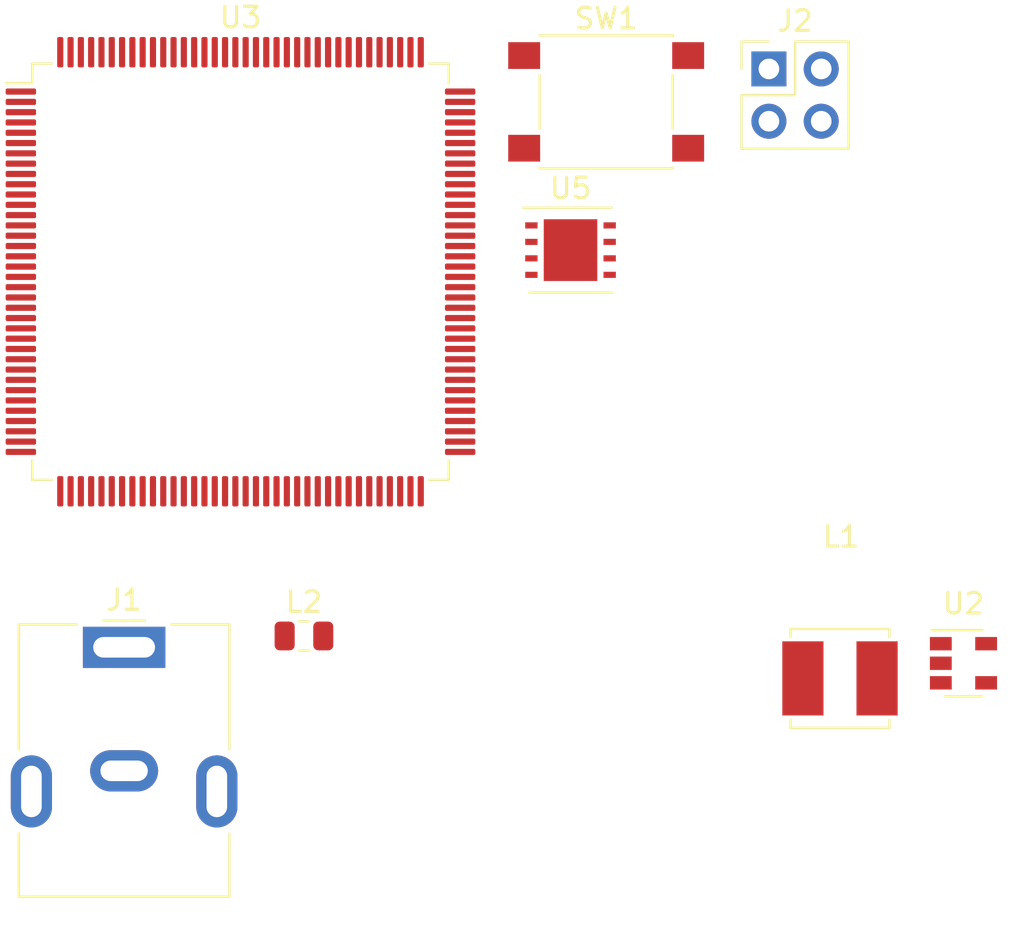
<source format=kicad_pcb>
(kicad_pcb (version 20171130) (host pcbnew "(5.1.0)-1")

  (general
    (thickness 1.6)
    (drawings 0)
    (tracks 0)
    (zones 0)
    (modules 8)
    (nets 13)
  )

  (page A4)
  (layers
    (0 F.Cu signal)
    (31 B.Cu signal)
    (32 B.Adhes user)
    (33 F.Adhes user)
    (34 B.Paste user)
    (35 F.Paste user)
    (36 B.SilkS user)
    (37 F.SilkS user)
    (38 B.Mask user)
    (39 F.Mask user)
    (40 Dwgs.User user)
    (41 Cmts.User user)
    (42 Eco1.User user)
    (43 Eco2.User user)
    (44 Edge.Cuts user)
    (45 Margin user)
    (46 B.CrtYd user)
    (47 F.CrtYd user)
    (48 B.Fab user)
    (49 F.Fab user)
  )

  (setup
    (last_trace_width 0.25)
    (trace_clearance 0.2)
    (zone_clearance 0.508)
    (zone_45_only no)
    (trace_min 0.2)
    (via_size 0.8)
    (via_drill 0.4)
    (via_min_size 0.4)
    (via_min_drill 0.3)
    (uvia_size 0.3)
    (uvia_drill 0.1)
    (uvias_allowed no)
    (uvia_min_size 0.2)
    (uvia_min_drill 0.1)
    (edge_width 0.05)
    (segment_width 0.2)
    (pcb_text_width 0.3)
    (pcb_text_size 1.5 1.5)
    (mod_edge_width 0.12)
    (mod_text_size 1 1)
    (mod_text_width 0.15)
    (pad_size 1.524 1.524)
    (pad_drill 0.762)
    (pad_to_mask_clearance 0.051)
    (solder_mask_min_width 0.25)
    (aux_axis_origin 0 0)
    (visible_elements 7FFFFFFF)
    (pcbplotparams
      (layerselection 0x010fc_ffffffff)
      (usegerberextensions false)
      (usegerberattributes false)
      (usegerberadvancedattributes false)
      (creategerberjobfile false)
      (excludeedgelayer true)
      (linewidth 0.100000)
      (plotframeref false)
      (viasonmask false)
      (mode 1)
      (useauxorigin false)
      (hpglpennumber 1)
      (hpglpenspeed 20)
      (hpglpendiameter 15.000000)
      (psnegative false)
      (psa4output false)
      (plotreference true)
      (plotvalue true)
      (plotinvisibletext false)
      (padsonsilk false)
      (subtractmaskfromsilk false)
      (outputformat 1)
      (mirror false)
      (drillshape 1)
      (scaleselection 1)
      (outputdirectory ""))
  )

  (net 0 "")
  (net 1 GND)
  (net 2 +3V3)
  (net 3 "Net-(C9-Pad1)")
  (net 4 "Net-(C14-Pad1)")
  (net 5 "Net-(U5-Pad8)")
  (net 6 "Net-(U5-Pad7)")
  (net 7 "Net-(U5-Pad6)")
  (net 8 "Net-(U5-Pad5)")
  (net 9 "Net-(U5-Pad4)")
  (net 10 "Net-(U5-Pad3)")
  (net 11 "Net-(U5-Pad2)")
  (net 12 "Net-(U5-Pad1)")

  (net_class Default "Dies ist die voreingestellte Netzklasse."
    (clearance 0.2)
    (trace_width 0.25)
    (via_dia 0.8)
    (via_drill 0.4)
    (uvia_dia 0.3)
    (uvia_drill 0.1)
    (add_net +3V3)
    (add_net GND)
    (add_net "Net-(C14-Pad1)")
    (add_net "Net-(C9-Pad1)")
    (add_net "Net-(U5-Pad1)")
    (add_net "Net-(U5-Pad2)")
    (add_net "Net-(U5-Pad3)")
    (add_net "Net-(U5-Pad4)")
    (add_net "Net-(U5-Pad5)")
    (add_net "Net-(U5-Pad6)")
    (add_net "Net-(U5-Pad7)")
    (add_net "Net-(U5-Pad8)")
  )

  (module Package_SON:WSON-8_4x4mm_P0.8mm (layer F.Cu) (tedit 5A02F1D8) (tstamp 60654161)
    (at 113.12 -24.99)
    (descr http://www.ti.com/lit/ml/mpds406/mpds406.pdf)
    (tags WSON8_4x4mm_P0.8mm)
    (path /60694B6D/60652BE3)
    (attr smd)
    (fp_text reference U5 (at 0 -3) (layer F.SilkS)
      (effects (font (size 1 1) (thickness 0.15)))
    )
    (fp_text value TH58CVG3S0HRAIJ (at 0 3) (layer F.Fab)
      (effects (font (size 1 1) (thickness 0.15)))
    )
    (fp_line (start -2.5 2.3) (end -2.5 -2.3) (layer F.CrtYd) (width 0.05))
    (fp_line (start -2.5 2.3) (end 2.5 2.3) (layer F.CrtYd) (width 0.05))
    (fp_line (start 2.5 -2.3) (end -2.5 -2.3) (layer F.CrtYd) (width 0.05))
    (fp_line (start 2.5 -2.3) (end 2.5 2.3) (layer F.CrtYd) (width 0.05))
    (fp_line (start 2 -2) (end 2 2) (layer F.Fab) (width 0.1))
    (fp_line (start -2 2) (end 2 2) (layer F.Fab) (width 0.1))
    (fp_line (start -2 -1.5) (end -2 2) (layer F.Fab) (width 0.1))
    (fp_line (start -1.5 -2) (end 2 -2) (layer F.Fab) (width 0.1))
    (fp_line (start -1.5 -2) (end -2 -1.5) (layer F.Fab) (width 0.1))
    (fp_line (start -2 2.06) (end 2 2.06) (layer F.SilkS) (width 0.12))
    (fp_line (start -2.3 -2.06) (end 2 -2.06) (layer F.SilkS) (width 0.12))
    (fp_text user %R (at 0 0) (layer F.Fab)
      (effects (font (size 1 1) (thickness 0.15)))
    )
    (pad 9 smd rect (at 0 0) (size 2.6 3) (layers F.Cu F.Paste F.Mask))
    (pad 8 smd rect (at 1.9 -1.2 270) (size 0.3 0.6) (layers F.Cu F.Paste F.Mask)
      (net 5 "Net-(U5-Pad8)"))
    (pad 7 smd rect (at 1.9 -0.4 270) (size 0.3 0.6) (layers F.Cu F.Paste F.Mask)
      (net 6 "Net-(U5-Pad7)"))
    (pad 6 smd rect (at 1.9 0.4 270) (size 0.3 0.6) (layers F.Cu F.Paste F.Mask)
      (net 7 "Net-(U5-Pad6)"))
    (pad 5 smd rect (at 1.9 1.2 270) (size 0.3 0.6) (layers F.Cu F.Paste F.Mask)
      (net 8 "Net-(U5-Pad5)"))
    (pad 4 smd rect (at -1.9 1.2 270) (size 0.3 0.6) (layers F.Cu F.Paste F.Mask)
      (net 9 "Net-(U5-Pad4)"))
    (pad 3 smd rect (at -1.9 0.4 270) (size 0.3 0.6) (layers F.Cu F.Paste F.Mask)
      (net 10 "Net-(U5-Pad3)"))
    (pad 2 smd rect (at -1.9 -0.4 270) (size 0.3 0.6) (layers F.Cu F.Paste F.Mask)
      (net 11 "Net-(U5-Pad2)"))
    (pad 1 smd rect (at -1.9 -1.2 270) (size 0.3 0.6) (layers F.Cu F.Paste F.Mask)
      (net 12 "Net-(U5-Pad1)"))
    (model ${KISYS3DMOD}/Package_SON.3dshapes/WSON-8_4x4mm_P0.8mm.wrl
      (at (xyz 0 0 0))
      (scale (xyz 1 1 1))
      (rotate (xyz 0 0 0))
    )
  )

  (module Package_QFP:LQFP-144_20x20mm_P0.5mm (layer F.Cu) (tedit 5C1A9814) (tstamp 60654144)
    (at 97.1 -23.94)
    (descr "LQFP, 144 Pin (http://ww1.microchip.com/downloads/en/PackagingSpec/00000049BQ.pdf#page=425), generated with kicad-footprint-generator ipc_gullwing_generator.py")
    (tags "LQFP QFP")
    (path /60694B6D/60694DE4)
    (attr smd)
    (fp_text reference U3 (at 0 -12.35) (layer F.SilkS)
      (effects (font (size 1 1) (thickness 0.15)))
    )
    (fp_text value STM32H743ZITx (at 0 12.35) (layer F.Fab)
      (effects (font (size 1 1) (thickness 0.15)))
    )
    (fp_text user %R (at 0 0) (layer F.Fab)
      (effects (font (size 1 1) (thickness 0.15)))
    )
    (fp_line (start 11.65 9.15) (end 11.65 0) (layer F.CrtYd) (width 0.05))
    (fp_line (start 10.25 9.15) (end 11.65 9.15) (layer F.CrtYd) (width 0.05))
    (fp_line (start 10.25 10.25) (end 10.25 9.15) (layer F.CrtYd) (width 0.05))
    (fp_line (start 9.15 10.25) (end 10.25 10.25) (layer F.CrtYd) (width 0.05))
    (fp_line (start 9.15 11.65) (end 9.15 10.25) (layer F.CrtYd) (width 0.05))
    (fp_line (start 0 11.65) (end 9.15 11.65) (layer F.CrtYd) (width 0.05))
    (fp_line (start -11.65 9.15) (end -11.65 0) (layer F.CrtYd) (width 0.05))
    (fp_line (start -10.25 9.15) (end -11.65 9.15) (layer F.CrtYd) (width 0.05))
    (fp_line (start -10.25 10.25) (end -10.25 9.15) (layer F.CrtYd) (width 0.05))
    (fp_line (start -9.15 10.25) (end -10.25 10.25) (layer F.CrtYd) (width 0.05))
    (fp_line (start -9.15 11.65) (end -9.15 10.25) (layer F.CrtYd) (width 0.05))
    (fp_line (start 0 11.65) (end -9.15 11.65) (layer F.CrtYd) (width 0.05))
    (fp_line (start 11.65 -9.15) (end 11.65 0) (layer F.CrtYd) (width 0.05))
    (fp_line (start 10.25 -9.15) (end 11.65 -9.15) (layer F.CrtYd) (width 0.05))
    (fp_line (start 10.25 -10.25) (end 10.25 -9.15) (layer F.CrtYd) (width 0.05))
    (fp_line (start 9.15 -10.25) (end 10.25 -10.25) (layer F.CrtYd) (width 0.05))
    (fp_line (start 9.15 -11.65) (end 9.15 -10.25) (layer F.CrtYd) (width 0.05))
    (fp_line (start 0 -11.65) (end 9.15 -11.65) (layer F.CrtYd) (width 0.05))
    (fp_line (start -11.65 -9.15) (end -11.65 0) (layer F.CrtYd) (width 0.05))
    (fp_line (start -10.25 -9.15) (end -11.65 -9.15) (layer F.CrtYd) (width 0.05))
    (fp_line (start -10.25 -10.25) (end -10.25 -9.15) (layer F.CrtYd) (width 0.05))
    (fp_line (start -9.15 -10.25) (end -10.25 -10.25) (layer F.CrtYd) (width 0.05))
    (fp_line (start -9.15 -11.65) (end -9.15 -10.25) (layer F.CrtYd) (width 0.05))
    (fp_line (start 0 -11.65) (end -9.15 -11.65) (layer F.CrtYd) (width 0.05))
    (fp_line (start -10 -9) (end -9 -10) (layer F.Fab) (width 0.1))
    (fp_line (start -10 10) (end -10 -9) (layer F.Fab) (width 0.1))
    (fp_line (start 10 10) (end -10 10) (layer F.Fab) (width 0.1))
    (fp_line (start 10 -10) (end 10 10) (layer F.Fab) (width 0.1))
    (fp_line (start -9 -10) (end 10 -10) (layer F.Fab) (width 0.1))
    (fp_line (start -10.11 -9.16) (end -11.4 -9.16) (layer F.SilkS) (width 0.12))
    (fp_line (start -10.11 -10.11) (end -10.11 -9.16) (layer F.SilkS) (width 0.12))
    (fp_line (start -9.16 -10.11) (end -10.11 -10.11) (layer F.SilkS) (width 0.12))
    (fp_line (start 10.11 -10.11) (end 10.11 -9.16) (layer F.SilkS) (width 0.12))
    (fp_line (start 9.16 -10.11) (end 10.11 -10.11) (layer F.SilkS) (width 0.12))
    (fp_line (start -10.11 10.11) (end -10.11 9.16) (layer F.SilkS) (width 0.12))
    (fp_line (start -9.16 10.11) (end -10.11 10.11) (layer F.SilkS) (width 0.12))
    (fp_line (start 10.11 10.11) (end 10.11 9.16) (layer F.SilkS) (width 0.12))
    (fp_line (start 9.16 10.11) (end 10.11 10.11) (layer F.SilkS) (width 0.12))
    (pad 144 smd roundrect (at -8.75 -10.6625) (size 0.3 1.475) (layers F.Cu F.Paste F.Mask) (roundrect_rratio 0.25)
      (net 2 +3V3))
    (pad 143 smd roundrect (at -8.25 -10.6625) (size 0.3 1.475) (layers F.Cu F.Paste F.Mask) (roundrect_rratio 0.25))
    (pad 142 smd roundrect (at -7.75 -10.6625) (size 0.3 1.475) (layers F.Cu F.Paste F.Mask) (roundrect_rratio 0.25))
    (pad 141 smd roundrect (at -7.25 -10.6625) (size 0.3 1.475) (layers F.Cu F.Paste F.Mask) (roundrect_rratio 0.25))
    (pad 140 smd roundrect (at -6.75 -10.6625) (size 0.3 1.475) (layers F.Cu F.Paste F.Mask) (roundrect_rratio 0.25))
    (pad 139 smd roundrect (at -6.25 -10.6625) (size 0.3 1.475) (layers F.Cu F.Paste F.Mask) (roundrect_rratio 0.25))
    (pad 138 smd roundrect (at -5.75 -10.6625) (size 0.3 1.475) (layers F.Cu F.Paste F.Mask) (roundrect_rratio 0.25))
    (pad 137 smd roundrect (at -5.25 -10.6625) (size 0.3 1.475) (layers F.Cu F.Paste F.Mask) (roundrect_rratio 0.25))
    (pad 136 smd roundrect (at -4.75 -10.6625) (size 0.3 1.475) (layers F.Cu F.Paste F.Mask) (roundrect_rratio 0.25))
    (pad 135 smd roundrect (at -4.25 -10.6625) (size 0.3 1.475) (layers F.Cu F.Paste F.Mask) (roundrect_rratio 0.25))
    (pad 134 smd roundrect (at -3.75 -10.6625) (size 0.3 1.475) (layers F.Cu F.Paste F.Mask) (roundrect_rratio 0.25))
    (pad 133 smd roundrect (at -3.25 -10.6625) (size 0.3 1.475) (layers F.Cu F.Paste F.Mask) (roundrect_rratio 0.25))
    (pad 132 smd roundrect (at -2.75 -10.6625) (size 0.3 1.475) (layers F.Cu F.Paste F.Mask) (roundrect_rratio 0.25))
    (pad 131 smd roundrect (at -2.25 -10.6625) (size 0.3 1.475) (layers F.Cu F.Paste F.Mask) (roundrect_rratio 0.25)
      (net 2 +3V3))
    (pad 130 smd roundrect (at -1.75 -10.6625) (size 0.3 1.475) (layers F.Cu F.Paste F.Mask) (roundrect_rratio 0.25)
      (net 1 GND))
    (pad 129 smd roundrect (at -1.25 -10.6625) (size 0.3 1.475) (layers F.Cu F.Paste F.Mask) (roundrect_rratio 0.25))
    (pad 128 smd roundrect (at -0.75 -10.6625) (size 0.3 1.475) (layers F.Cu F.Paste F.Mask) (roundrect_rratio 0.25))
    (pad 127 smd roundrect (at -0.25 -10.6625) (size 0.3 1.475) (layers F.Cu F.Paste F.Mask) (roundrect_rratio 0.25))
    (pad 126 smd roundrect (at 0.25 -10.6625) (size 0.3 1.475) (layers F.Cu F.Paste F.Mask) (roundrect_rratio 0.25))
    (pad 125 smd roundrect (at 0.75 -10.6625) (size 0.3 1.475) (layers F.Cu F.Paste F.Mask) (roundrect_rratio 0.25))
    (pad 124 smd roundrect (at 1.25 -10.6625) (size 0.3 1.475) (layers F.Cu F.Paste F.Mask) (roundrect_rratio 0.25))
    (pad 123 smd roundrect (at 1.75 -10.6625) (size 0.3 1.475) (layers F.Cu F.Paste F.Mask) (roundrect_rratio 0.25))
    (pad 122 smd roundrect (at 2.25 -10.6625) (size 0.3 1.475) (layers F.Cu F.Paste F.Mask) (roundrect_rratio 0.25))
    (pad 121 smd roundrect (at 2.75 -10.6625) (size 0.3 1.475) (layers F.Cu F.Paste F.Mask) (roundrect_rratio 0.25)
      (net 2 +3V3))
    (pad 120 smd roundrect (at 3.25 -10.6625) (size 0.3 1.475) (layers F.Cu F.Paste F.Mask) (roundrect_rratio 0.25)
      (net 1 GND))
    (pad 119 smd roundrect (at 3.75 -10.6625) (size 0.3 1.475) (layers F.Cu F.Paste F.Mask) (roundrect_rratio 0.25))
    (pad 118 smd roundrect (at 4.25 -10.6625) (size 0.3 1.475) (layers F.Cu F.Paste F.Mask) (roundrect_rratio 0.25))
    (pad 117 smd roundrect (at 4.75 -10.6625) (size 0.3 1.475) (layers F.Cu F.Paste F.Mask) (roundrect_rratio 0.25))
    (pad 116 smd roundrect (at 5.25 -10.6625) (size 0.3 1.475) (layers F.Cu F.Paste F.Mask) (roundrect_rratio 0.25))
    (pad 115 smd roundrect (at 5.75 -10.6625) (size 0.3 1.475) (layers F.Cu F.Paste F.Mask) (roundrect_rratio 0.25))
    (pad 114 smd roundrect (at 6.25 -10.6625) (size 0.3 1.475) (layers F.Cu F.Paste F.Mask) (roundrect_rratio 0.25))
    (pad 113 smd roundrect (at 6.75 -10.6625) (size 0.3 1.475) (layers F.Cu F.Paste F.Mask) (roundrect_rratio 0.25))
    (pad 112 smd roundrect (at 7.25 -10.6625) (size 0.3 1.475) (layers F.Cu F.Paste F.Mask) (roundrect_rratio 0.25))
    (pad 111 smd roundrect (at 7.75 -10.6625) (size 0.3 1.475) (layers F.Cu F.Paste F.Mask) (roundrect_rratio 0.25))
    (pad 110 smd roundrect (at 8.25 -10.6625) (size 0.3 1.475) (layers F.Cu F.Paste F.Mask) (roundrect_rratio 0.25))
    (pad 109 smd roundrect (at 8.75 -10.6625) (size 0.3 1.475) (layers F.Cu F.Paste F.Mask) (roundrect_rratio 0.25))
    (pad 108 smd roundrect (at 10.6625 -8.75) (size 1.475 0.3) (layers F.Cu F.Paste F.Mask) (roundrect_rratio 0.25)
      (net 2 +3V3))
    (pad 107 smd roundrect (at 10.6625 -8.25) (size 1.475 0.3) (layers F.Cu F.Paste F.Mask) (roundrect_rratio 0.25)
      (net 1 GND))
    (pad 106 smd roundrect (at 10.6625 -7.75) (size 1.475 0.3) (layers F.Cu F.Paste F.Mask) (roundrect_rratio 0.25))
    (pad 105 smd roundrect (at 10.6625 -7.25) (size 1.475 0.3) (layers F.Cu F.Paste F.Mask) (roundrect_rratio 0.25))
    (pad 104 smd roundrect (at 10.6625 -6.75) (size 1.475 0.3) (layers F.Cu F.Paste F.Mask) (roundrect_rratio 0.25))
    (pad 103 smd roundrect (at 10.6625 -6.25) (size 1.475 0.3) (layers F.Cu F.Paste F.Mask) (roundrect_rratio 0.25))
    (pad 102 smd roundrect (at 10.6625 -5.75) (size 1.475 0.3) (layers F.Cu F.Paste F.Mask) (roundrect_rratio 0.25))
    (pad 101 smd roundrect (at 10.6625 -5.25) (size 1.475 0.3) (layers F.Cu F.Paste F.Mask) (roundrect_rratio 0.25))
    (pad 100 smd roundrect (at 10.6625 -4.75) (size 1.475 0.3) (layers F.Cu F.Paste F.Mask) (roundrect_rratio 0.25))
    (pad 99 smd roundrect (at 10.6625 -4.25) (size 1.475 0.3) (layers F.Cu F.Paste F.Mask) (roundrect_rratio 0.25))
    (pad 98 smd roundrect (at 10.6625 -3.75) (size 1.475 0.3) (layers F.Cu F.Paste F.Mask) (roundrect_rratio 0.25))
    (pad 97 smd roundrect (at 10.6625 -3.25) (size 1.475 0.3) (layers F.Cu F.Paste F.Mask) (roundrect_rratio 0.25))
    (pad 96 smd roundrect (at 10.6625 -2.75) (size 1.475 0.3) (layers F.Cu F.Paste F.Mask) (roundrect_rratio 0.25))
    (pad 95 smd roundrect (at 10.6625 -2.25) (size 1.475 0.3) (layers F.Cu F.Paste F.Mask) (roundrect_rratio 0.25)
      (net 2 +3V3))
    (pad 94 smd roundrect (at 10.6625 -1.75) (size 1.475 0.3) (layers F.Cu F.Paste F.Mask) (roundrect_rratio 0.25)
      (net 1 GND))
    (pad 93 smd roundrect (at 10.6625 -1.25) (size 1.475 0.3) (layers F.Cu F.Paste F.Mask) (roundrect_rratio 0.25))
    (pad 92 smd roundrect (at 10.6625 -0.75) (size 1.475 0.3) (layers F.Cu F.Paste F.Mask) (roundrect_rratio 0.25))
    (pad 91 smd roundrect (at 10.6625 -0.25) (size 1.475 0.3) (layers F.Cu F.Paste F.Mask) (roundrect_rratio 0.25))
    (pad 90 smd roundrect (at 10.6625 0.25) (size 1.475 0.3) (layers F.Cu F.Paste F.Mask) (roundrect_rratio 0.25))
    (pad 89 smd roundrect (at 10.6625 0.75) (size 1.475 0.3) (layers F.Cu F.Paste F.Mask) (roundrect_rratio 0.25))
    (pad 88 smd roundrect (at 10.6625 1.25) (size 1.475 0.3) (layers F.Cu F.Paste F.Mask) (roundrect_rratio 0.25))
    (pad 87 smd roundrect (at 10.6625 1.75) (size 1.475 0.3) (layers F.Cu F.Paste F.Mask) (roundrect_rratio 0.25))
    (pad 86 smd roundrect (at 10.6625 2.25) (size 1.475 0.3) (layers F.Cu F.Paste F.Mask) (roundrect_rratio 0.25))
    (pad 85 smd roundrect (at 10.6625 2.75) (size 1.475 0.3) (layers F.Cu F.Paste F.Mask) (roundrect_rratio 0.25))
    (pad 84 smd roundrect (at 10.6625 3.25) (size 1.475 0.3) (layers F.Cu F.Paste F.Mask) (roundrect_rratio 0.25)
      (net 2 +3V3))
    (pad 83 smd roundrect (at 10.6625 3.75) (size 1.475 0.3) (layers F.Cu F.Paste F.Mask) (roundrect_rratio 0.25)
      (net 1 GND))
    (pad 82 smd roundrect (at 10.6625 4.25) (size 1.475 0.3) (layers F.Cu F.Paste F.Mask) (roundrect_rratio 0.25))
    (pad 81 smd roundrect (at 10.6625 4.75) (size 1.475 0.3) (layers F.Cu F.Paste F.Mask) (roundrect_rratio 0.25))
    (pad 80 smd roundrect (at 10.6625 5.25) (size 1.475 0.3) (layers F.Cu F.Paste F.Mask) (roundrect_rratio 0.25))
    (pad 79 smd roundrect (at 10.6625 5.75) (size 1.475 0.3) (layers F.Cu F.Paste F.Mask) (roundrect_rratio 0.25))
    (pad 78 smd roundrect (at 10.6625 6.25) (size 1.475 0.3) (layers F.Cu F.Paste F.Mask) (roundrect_rratio 0.25))
    (pad 77 smd roundrect (at 10.6625 6.75) (size 1.475 0.3) (layers F.Cu F.Paste F.Mask) (roundrect_rratio 0.25))
    (pad 76 smd roundrect (at 10.6625 7.25) (size 1.475 0.3) (layers F.Cu F.Paste F.Mask) (roundrect_rratio 0.25))
    (pad 75 smd roundrect (at 10.6625 7.75) (size 1.475 0.3) (layers F.Cu F.Paste F.Mask) (roundrect_rratio 0.25))
    (pad 74 smd roundrect (at 10.6625 8.25) (size 1.475 0.3) (layers F.Cu F.Paste F.Mask) (roundrect_rratio 0.25))
    (pad 73 smd roundrect (at 10.6625 8.75) (size 1.475 0.3) (layers F.Cu F.Paste F.Mask) (roundrect_rratio 0.25))
    (pad 72 smd roundrect (at 8.75 10.6625) (size 0.3 1.475) (layers F.Cu F.Paste F.Mask) (roundrect_rratio 0.25)
      (net 2 +3V3))
    (pad 71 smd roundrect (at 8.25 10.6625) (size 0.3 1.475) (layers F.Cu F.Paste F.Mask) (roundrect_rratio 0.25))
    (pad 70 smd roundrect (at 7.75 10.6625) (size 0.3 1.475) (layers F.Cu F.Paste F.Mask) (roundrect_rratio 0.25))
    (pad 69 smd roundrect (at 7.25 10.6625) (size 0.3 1.475) (layers F.Cu F.Paste F.Mask) (roundrect_rratio 0.25))
    (pad 68 smd roundrect (at 6.75 10.6625) (size 0.3 1.475) (layers F.Cu F.Paste F.Mask) (roundrect_rratio 0.25))
    (pad 67 smd roundrect (at 6.25 10.6625) (size 0.3 1.475) (layers F.Cu F.Paste F.Mask) (roundrect_rratio 0.25))
    (pad 66 smd roundrect (at 5.75 10.6625) (size 0.3 1.475) (layers F.Cu F.Paste F.Mask) (roundrect_rratio 0.25))
    (pad 65 smd roundrect (at 5.25 10.6625) (size 0.3 1.475) (layers F.Cu F.Paste F.Mask) (roundrect_rratio 0.25))
    (pad 64 smd roundrect (at 4.75 10.6625) (size 0.3 1.475) (layers F.Cu F.Paste F.Mask) (roundrect_rratio 0.25))
    (pad 63 smd roundrect (at 4.25 10.6625) (size 0.3 1.475) (layers F.Cu F.Paste F.Mask) (roundrect_rratio 0.25))
    (pad 62 smd roundrect (at 3.75 10.6625) (size 0.3 1.475) (layers F.Cu F.Paste F.Mask) (roundrect_rratio 0.25)
      (net 2 +3V3))
    (pad 61 smd roundrect (at 3.25 10.6625) (size 0.3 1.475) (layers F.Cu F.Paste F.Mask) (roundrect_rratio 0.25)
      (net 1 GND))
    (pad 60 smd roundrect (at 2.75 10.6625) (size 0.3 1.475) (layers F.Cu F.Paste F.Mask) (roundrect_rratio 0.25))
    (pad 59 smd roundrect (at 2.25 10.6625) (size 0.3 1.475) (layers F.Cu F.Paste F.Mask) (roundrect_rratio 0.25))
    (pad 58 smd roundrect (at 1.75 10.6625) (size 0.3 1.475) (layers F.Cu F.Paste F.Mask) (roundrect_rratio 0.25))
    (pad 57 smd roundrect (at 1.25 10.6625) (size 0.3 1.475) (layers F.Cu F.Paste F.Mask) (roundrect_rratio 0.25))
    (pad 56 smd roundrect (at 0.75 10.6625) (size 0.3 1.475) (layers F.Cu F.Paste F.Mask) (roundrect_rratio 0.25))
    (pad 55 smd roundrect (at 0.25 10.6625) (size 0.3 1.475) (layers F.Cu F.Paste F.Mask) (roundrect_rratio 0.25))
    (pad 54 smd roundrect (at -0.25 10.6625) (size 0.3 1.475) (layers F.Cu F.Paste F.Mask) (roundrect_rratio 0.25))
    (pad 53 smd roundrect (at -0.75 10.6625) (size 0.3 1.475) (layers F.Cu F.Paste F.Mask) (roundrect_rratio 0.25))
    (pad 52 smd roundrect (at -1.25 10.6625) (size 0.3 1.475) (layers F.Cu F.Paste F.Mask) (roundrect_rratio 0.25)
      (net 2 +3V3))
    (pad 51 smd roundrect (at -1.75 10.6625) (size 0.3 1.475) (layers F.Cu F.Paste F.Mask) (roundrect_rratio 0.25)
      (net 1 GND))
    (pad 50 smd roundrect (at -2.25 10.6625) (size 0.3 1.475) (layers F.Cu F.Paste F.Mask) (roundrect_rratio 0.25))
    (pad 49 smd roundrect (at -2.75 10.6625) (size 0.3 1.475) (layers F.Cu F.Paste F.Mask) (roundrect_rratio 0.25))
    (pad 48 smd roundrect (at -3.25 10.6625) (size 0.3 1.475) (layers F.Cu F.Paste F.Mask) (roundrect_rratio 0.25))
    (pad 47 smd roundrect (at -3.75 10.6625) (size 0.3 1.475) (layers F.Cu F.Paste F.Mask) (roundrect_rratio 0.25))
    (pad 46 smd roundrect (at -4.25 10.6625) (size 0.3 1.475) (layers F.Cu F.Paste F.Mask) (roundrect_rratio 0.25))
    (pad 45 smd roundrect (at -4.75 10.6625) (size 0.3 1.475) (layers F.Cu F.Paste F.Mask) (roundrect_rratio 0.25))
    (pad 44 smd roundrect (at -5.25 10.6625) (size 0.3 1.475) (layers F.Cu F.Paste F.Mask) (roundrect_rratio 0.25))
    (pad 43 smd roundrect (at -5.75 10.6625) (size 0.3 1.475) (layers F.Cu F.Paste F.Mask) (roundrect_rratio 0.25))
    (pad 42 smd roundrect (at -6.25 10.6625) (size 0.3 1.475) (layers F.Cu F.Paste F.Mask) (roundrect_rratio 0.25))
    (pad 41 smd roundrect (at -6.75 10.6625) (size 0.3 1.475) (layers F.Cu F.Paste F.Mask) (roundrect_rratio 0.25))
    (pad 40 smd roundrect (at -7.25 10.6625) (size 0.3 1.475) (layers F.Cu F.Paste F.Mask) (roundrect_rratio 0.25))
    (pad 39 smd roundrect (at -7.75 10.6625) (size 0.3 1.475) (layers F.Cu F.Paste F.Mask) (roundrect_rratio 0.25)
      (net 2 +3V3))
    (pad 38 smd roundrect (at -8.25 10.6625) (size 0.3 1.475) (layers F.Cu F.Paste F.Mask) (roundrect_rratio 0.25)
      (net 1 GND))
    (pad 37 smd roundrect (at -8.75 10.6625) (size 0.3 1.475) (layers F.Cu F.Paste F.Mask) (roundrect_rratio 0.25))
    (pad 36 smd roundrect (at -10.6625 8.75) (size 1.475 0.3) (layers F.Cu F.Paste F.Mask) (roundrect_rratio 0.25))
    (pad 35 smd roundrect (at -10.6625 8.25) (size 1.475 0.3) (layers F.Cu F.Paste F.Mask) (roundrect_rratio 0.25))
    (pad 34 smd roundrect (at -10.6625 7.75) (size 1.475 0.3) (layers F.Cu F.Paste F.Mask) (roundrect_rratio 0.25))
    (pad 33 smd roundrect (at -10.6625 7.25) (size 1.475 0.3) (layers F.Cu F.Paste F.Mask) (roundrect_rratio 0.25)
      (net 2 +3V3))
    (pad 32 smd roundrect (at -10.6625 6.75) (size 1.475 0.3) (layers F.Cu F.Paste F.Mask) (roundrect_rratio 0.25))
    (pad 31 smd roundrect (at -10.6625 6.25) (size 1.475 0.3) (layers F.Cu F.Paste F.Mask) (roundrect_rratio 0.25)
      (net 1 GND))
    (pad 30 smd roundrect (at -10.6625 5.75) (size 1.475 0.3) (layers F.Cu F.Paste F.Mask) (roundrect_rratio 0.25)
      (net 2 +3V3))
    (pad 29 smd roundrect (at -10.6625 5.25) (size 1.475 0.3) (layers F.Cu F.Paste F.Mask) (roundrect_rratio 0.25))
    (pad 28 smd roundrect (at -10.6625 4.75) (size 1.475 0.3) (layers F.Cu F.Paste F.Mask) (roundrect_rratio 0.25))
    (pad 27 smd roundrect (at -10.6625 4.25) (size 1.475 0.3) (layers F.Cu F.Paste F.Mask) (roundrect_rratio 0.25))
    (pad 26 smd roundrect (at -10.6625 3.75) (size 1.475 0.3) (layers F.Cu F.Paste F.Mask) (roundrect_rratio 0.25))
    (pad 25 smd roundrect (at -10.6625 3.25) (size 1.475 0.3) (layers F.Cu F.Paste F.Mask) (roundrect_rratio 0.25)
      (net 4 "Net-(C14-Pad1)"))
    (pad 24 smd roundrect (at -10.6625 2.75) (size 1.475 0.3) (layers F.Cu F.Paste F.Mask) (roundrect_rratio 0.25))
    (pad 23 smd roundrect (at -10.6625 2.25) (size 1.475 0.3) (layers F.Cu F.Paste F.Mask) (roundrect_rratio 0.25))
    (pad 22 smd roundrect (at -10.6625 1.75) (size 1.475 0.3) (layers F.Cu F.Paste F.Mask) (roundrect_rratio 0.25))
    (pad 21 smd roundrect (at -10.6625 1.25) (size 1.475 0.3) (layers F.Cu F.Paste F.Mask) (roundrect_rratio 0.25))
    (pad 20 smd roundrect (at -10.6625 0.75) (size 1.475 0.3) (layers F.Cu F.Paste F.Mask) (roundrect_rratio 0.25))
    (pad 19 smd roundrect (at -10.6625 0.25) (size 1.475 0.3) (layers F.Cu F.Paste F.Mask) (roundrect_rratio 0.25))
    (pad 18 smd roundrect (at -10.6625 -0.25) (size 1.475 0.3) (layers F.Cu F.Paste F.Mask) (roundrect_rratio 0.25))
    (pad 17 smd roundrect (at -10.6625 -0.75) (size 1.475 0.3) (layers F.Cu F.Paste F.Mask) (roundrect_rratio 0.25)
      (net 2 +3V3))
    (pad 16 smd roundrect (at -10.6625 -1.25) (size 1.475 0.3) (layers F.Cu F.Paste F.Mask) (roundrect_rratio 0.25)
      (net 1 GND))
    (pad 15 smd roundrect (at -10.6625 -1.75) (size 1.475 0.3) (layers F.Cu F.Paste F.Mask) (roundrect_rratio 0.25))
    (pad 14 smd roundrect (at -10.6625 -2.25) (size 1.475 0.3) (layers F.Cu F.Paste F.Mask) (roundrect_rratio 0.25))
    (pad 13 smd roundrect (at -10.6625 -2.75) (size 1.475 0.3) (layers F.Cu F.Paste F.Mask) (roundrect_rratio 0.25))
    (pad 12 smd roundrect (at -10.6625 -3.25) (size 1.475 0.3) (layers F.Cu F.Paste F.Mask) (roundrect_rratio 0.25))
    (pad 11 smd roundrect (at -10.6625 -3.75) (size 1.475 0.3) (layers F.Cu F.Paste F.Mask) (roundrect_rratio 0.25))
    (pad 10 smd roundrect (at -10.6625 -4.25) (size 1.475 0.3) (layers F.Cu F.Paste F.Mask) (roundrect_rratio 0.25))
    (pad 9 smd roundrect (at -10.6625 -4.75) (size 1.475 0.3) (layers F.Cu F.Paste F.Mask) (roundrect_rratio 0.25))
    (pad 8 smd roundrect (at -10.6625 -5.25) (size 1.475 0.3) (layers F.Cu F.Paste F.Mask) (roundrect_rratio 0.25))
    (pad 7 smd roundrect (at -10.6625 -5.75) (size 1.475 0.3) (layers F.Cu F.Paste F.Mask) (roundrect_rratio 0.25))
    (pad 6 smd roundrect (at -10.6625 -6.25) (size 1.475 0.3) (layers F.Cu F.Paste F.Mask) (roundrect_rratio 0.25))
    (pad 5 smd roundrect (at -10.6625 -6.75) (size 1.475 0.3) (layers F.Cu F.Paste F.Mask) (roundrect_rratio 0.25))
    (pad 4 smd roundrect (at -10.6625 -7.25) (size 1.475 0.3) (layers F.Cu F.Paste F.Mask) (roundrect_rratio 0.25))
    (pad 3 smd roundrect (at -10.6625 -7.75) (size 1.475 0.3) (layers F.Cu F.Paste F.Mask) (roundrect_rratio 0.25))
    (pad 2 smd roundrect (at -10.6625 -8.25) (size 1.475 0.3) (layers F.Cu F.Paste F.Mask) (roundrect_rratio 0.25))
    (pad 1 smd roundrect (at -10.6625 -8.75) (size 1.475 0.3) (layers F.Cu F.Paste F.Mask) (roundrect_rratio 0.25))
    (model ${KISYS3DMOD}/Package_QFP.3dshapes/LQFP-144_20x20mm_P0.5mm.wrl
      (at (xyz 0 0 0))
      (scale (xyz 1 1 1))
      (rotate (xyz 0 0 0))
    )
  )

  (module Button_Switch_SMD:SW_SPST_PTS645 (layer F.Cu) (tedit 5A02FC95) (tstamp 60654061)
    (at 114.85 -32.19)
    (descr "C&K Components SPST SMD PTS645 Series 6mm Tact Switch")
    (tags "SPST Button Switch")
    (path /60694B6D/606FE24A)
    (attr smd)
    (fp_text reference SW1 (at 0 -4.05) (layer F.SilkS)
      (effects (font (size 1 1) (thickness 0.15)))
    )
    (fp_text value SW_Push (at 0 4.15) (layer F.Fab)
      (effects (font (size 1 1) (thickness 0.15)))
    )
    (fp_circle (center 0 0) (end 1.75 -0.05) (layer F.Fab) (width 0.1))
    (fp_line (start -3.23 3.23) (end 3.23 3.23) (layer F.SilkS) (width 0.12))
    (fp_line (start -3.23 -1.3) (end -3.23 1.3) (layer F.SilkS) (width 0.12))
    (fp_line (start -3.23 -3.23) (end 3.23 -3.23) (layer F.SilkS) (width 0.12))
    (fp_line (start 3.23 -1.3) (end 3.23 1.3) (layer F.SilkS) (width 0.12))
    (fp_line (start -3.23 -3.2) (end -3.23 -3.23) (layer F.SilkS) (width 0.12))
    (fp_line (start -3.23 3.23) (end -3.23 3.2) (layer F.SilkS) (width 0.12))
    (fp_line (start 3.23 3.23) (end 3.23 3.2) (layer F.SilkS) (width 0.12))
    (fp_line (start 3.23 -3.23) (end 3.23 -3.2) (layer F.SilkS) (width 0.12))
    (fp_line (start -5.05 -3.4) (end 5.05 -3.4) (layer F.CrtYd) (width 0.05))
    (fp_line (start -5.05 3.4) (end 5.05 3.4) (layer F.CrtYd) (width 0.05))
    (fp_line (start -5.05 -3.4) (end -5.05 3.4) (layer F.CrtYd) (width 0.05))
    (fp_line (start 5.05 3.4) (end 5.05 -3.4) (layer F.CrtYd) (width 0.05))
    (fp_line (start 3 -3) (end -3 -3) (layer F.Fab) (width 0.1))
    (fp_line (start 3 3) (end 3 -3) (layer F.Fab) (width 0.1))
    (fp_line (start -3 3) (end 3 3) (layer F.Fab) (width 0.1))
    (fp_line (start -3 -3) (end -3 3) (layer F.Fab) (width 0.1))
    (fp_text user %R (at 0 -4.05) (layer F.Fab)
      (effects (font (size 1 1) (thickness 0.15)))
    )
    (pad 2 smd rect (at 3.98 2.25) (size 1.55 1.3) (layers F.Cu F.Paste F.Mask)
      (net 4 "Net-(C14-Pad1)"))
    (pad 1 smd rect (at 3.98 -2.25) (size 1.55 1.3) (layers F.Cu F.Paste F.Mask)
      (net 1 GND))
    (pad 1 smd rect (at -3.98 -2.25) (size 1.55 1.3) (layers F.Cu F.Paste F.Mask)
      (net 1 GND))
    (pad 2 smd rect (at -3.98 2.25) (size 1.55 1.3) (layers F.Cu F.Paste F.Mask)
      (net 4 "Net-(C14-Pad1)"))
    (model ${KISYS3DMOD}/Button_Switch_SMD.3dshapes/SW_SPST_PTS645.wrl
      (at (xyz 0 0 0))
      (scale (xyz 1 1 1))
      (rotate (xyz 0 0 0))
    )
  )

  (module Capacitor_SMD:C_0805_2012Metric (layer F.Cu) (tedit 5B36C52B) (tstamp 60654047)
    (at 100.18 -6.25)
    (descr "Capacitor SMD 0805 (2012 Metric), square (rectangular) end terminal, IPC_7351 nominal, (Body size source: https://docs.google.com/spreadsheets/d/1BsfQQcO9C6DZCsRaXUlFlo91Tg2WpOkGARC1WS5S8t0/edit?usp=sharing), generated with kicad-footprint-generator")
    (tags capacitor)
    (path /60638604/6067953B)
    (attr smd)
    (fp_text reference L2 (at 0 -1.65) (layer F.SilkS)
      (effects (font (size 1 1) (thickness 0.15)))
    )
    (fp_text value 10uH (at 0 1.65) (layer F.Fab)
      (effects (font (size 1 1) (thickness 0.15)))
    )
    (fp_text user %R (at 0 0) (layer F.Fab)
      (effects (font (size 0.5 0.5) (thickness 0.08)))
    )
    (fp_line (start 1.68 0.95) (end -1.68 0.95) (layer F.CrtYd) (width 0.05))
    (fp_line (start 1.68 -0.95) (end 1.68 0.95) (layer F.CrtYd) (width 0.05))
    (fp_line (start -1.68 -0.95) (end 1.68 -0.95) (layer F.CrtYd) (width 0.05))
    (fp_line (start -1.68 0.95) (end -1.68 -0.95) (layer F.CrtYd) (width 0.05))
    (fp_line (start -0.258578 0.71) (end 0.258578 0.71) (layer F.SilkS) (width 0.12))
    (fp_line (start -0.258578 -0.71) (end 0.258578 -0.71) (layer F.SilkS) (width 0.12))
    (fp_line (start 1 0.6) (end -1 0.6) (layer F.Fab) (width 0.1))
    (fp_line (start 1 -0.6) (end 1 0.6) (layer F.Fab) (width 0.1))
    (fp_line (start -1 -0.6) (end 1 -0.6) (layer F.Fab) (width 0.1))
    (fp_line (start -1 0.6) (end -1 -0.6) (layer F.Fab) (width 0.1))
    (pad 2 smd roundrect (at 0.9375 0) (size 0.975 1.4) (layers F.Cu F.Paste F.Mask) (roundrect_rratio 0.25)
      (net 3 "Net-(C9-Pad1)"))
    (pad 1 smd roundrect (at -0.9375 0) (size 0.975 1.4) (layers F.Cu F.Paste F.Mask) (roundrect_rratio 0.25))
    (model ${KISYS3DMOD}/Capacitor_SMD.3dshapes/C_0805_2012Metric.wrl
      (at (xyz 0 0 0))
      (scale (xyz 1 1 1))
      (rotate (xyz 0 0 0))
    )
  )

  (module Connector_PinHeader_2.54mm:PinHeader_2x02_P2.54mm_Vertical (layer F.Cu) (tedit 59FED5CC) (tstamp 60654014)
    (at 122.75 -33.79)
    (descr "Through hole straight pin header, 2x02, 2.54mm pitch, double rows")
    (tags "Through hole pin header THT 2x02 2.54mm double row")
    (path /60694B6D/606EF137)
    (fp_text reference J2 (at 1.27 -2.33) (layer F.SilkS)
      (effects (font (size 1 1) (thickness 0.15)))
    )
    (fp_text value RPG (at 1.27 4.87) (layer F.Fab)
      (effects (font (size 1 1) (thickness 0.15)))
    )
    (fp_text user %R (at 1.27 1.27 90) (layer F.Fab)
      (effects (font (size 1 1) (thickness 0.15)))
    )
    (fp_line (start 4.35 -1.8) (end -1.8 -1.8) (layer F.CrtYd) (width 0.05))
    (fp_line (start 4.35 4.35) (end 4.35 -1.8) (layer F.CrtYd) (width 0.05))
    (fp_line (start -1.8 4.35) (end 4.35 4.35) (layer F.CrtYd) (width 0.05))
    (fp_line (start -1.8 -1.8) (end -1.8 4.35) (layer F.CrtYd) (width 0.05))
    (fp_line (start -1.33 -1.33) (end 0 -1.33) (layer F.SilkS) (width 0.12))
    (fp_line (start -1.33 0) (end -1.33 -1.33) (layer F.SilkS) (width 0.12))
    (fp_line (start 1.27 -1.33) (end 3.87 -1.33) (layer F.SilkS) (width 0.12))
    (fp_line (start 1.27 1.27) (end 1.27 -1.33) (layer F.SilkS) (width 0.12))
    (fp_line (start -1.33 1.27) (end 1.27 1.27) (layer F.SilkS) (width 0.12))
    (fp_line (start 3.87 -1.33) (end 3.87 3.87) (layer F.SilkS) (width 0.12))
    (fp_line (start -1.33 1.27) (end -1.33 3.87) (layer F.SilkS) (width 0.12))
    (fp_line (start -1.33 3.87) (end 3.87 3.87) (layer F.SilkS) (width 0.12))
    (fp_line (start -1.27 0) (end 0 -1.27) (layer F.Fab) (width 0.1))
    (fp_line (start -1.27 3.81) (end -1.27 0) (layer F.Fab) (width 0.1))
    (fp_line (start 3.81 3.81) (end -1.27 3.81) (layer F.Fab) (width 0.1))
    (fp_line (start 3.81 -1.27) (end 3.81 3.81) (layer F.Fab) (width 0.1))
    (fp_line (start 0 -1.27) (end 3.81 -1.27) (layer F.Fab) (width 0.1))
    (pad 4 thru_hole oval (at 2.54 2.54) (size 1.7 1.7) (drill 1) (layers *.Cu *.Mask))
    (pad 3 thru_hole oval (at 0 2.54) (size 1.7 1.7) (drill 1) (layers *.Cu *.Mask))
    (pad 2 thru_hole oval (at 2.54 0) (size 1.7 1.7) (drill 1) (layers *.Cu *.Mask)
      (net 1 GND))
    (pad 1 thru_hole rect (at 0 0) (size 1.7 1.7) (drill 1) (layers *.Cu *.Mask)
      (net 2 +3V3))
    (model ${KISYS3DMOD}/Connector_PinHeader_2.54mm.3dshapes/PinHeader_2x02_P2.54mm_Vertical.wrl
      (at (xyz 0 0 0))
      (scale (xyz 1 1 1))
      (rotate (xyz 0 0 0))
    )
  )

  (module Connector_BarrelJack:BarrelJack_CUI_PJ-063AH_Horizontal (layer F.Cu) (tedit 5B0886BD) (tstamp 60653FFA)
    (at 91.45 -5.7)
    (descr "Barrel Jack, 2.0mm ID, 5.5mm OD, 24V, 8A, no switch, https://www.cui.com/product/resource/pj-063ah.pdf")
    (tags "barrel jack cui dc power")
    (path /60638604/60689FE0)
    (fp_text reference J1 (at 0 -2.3) (layer F.SilkS)
      (effects (font (size 1 1) (thickness 0.15)))
    )
    (fp_text value Jack-DC (at 0 13) (layer F.Fab)
      (effects (font (size 1 1) (thickness 0.15)))
    )
    (fp_text user %R (at 0 5.5) (layer F.Fab)
      (effects (font (size 1 1) (thickness 0.15)))
    )
    (fp_line (start 6 -1.5) (end -6 -1.5) (layer F.CrtYd) (width 0.05))
    (fp_line (start 6 12.5) (end 6 -1.5) (layer F.CrtYd) (width 0.05))
    (fp_line (start -6 12.5) (end 6 12.5) (layer F.CrtYd) (width 0.05))
    (fp_line (start -6 -1.5) (end -6 12.5) (layer F.CrtYd) (width 0.05))
    (fp_line (start -1 -1.3) (end 1 -1.3) (layer F.SilkS) (width 0.12))
    (fp_line (start -5.11 12.11) (end -5.11 9.05) (layer F.SilkS) (width 0.12))
    (fp_line (start 5.11 12.11) (end -5.11 12.11) (layer F.SilkS) (width 0.12))
    (fp_line (start 5.11 9.05) (end 5.11 12.11) (layer F.SilkS) (width 0.12))
    (fp_line (start 5.11 -1.11) (end 5.11 4.95) (layer F.SilkS) (width 0.12))
    (fp_line (start 2.3 -1.11) (end 5.11 -1.11) (layer F.SilkS) (width 0.12))
    (fp_line (start -5.11 -1.11) (end -2.3 -1.11) (layer F.SilkS) (width 0.12))
    (fp_line (start -5.11 4.95) (end -5.11 -1.11) (layer F.SilkS) (width 0.12))
    (fp_line (start -5 12) (end -5 -1) (layer F.Fab) (width 0.1))
    (fp_line (start 5 12) (end -5 12) (layer F.Fab) (width 0.1))
    (fp_line (start 5 -1) (end 5 12) (layer F.Fab) (width 0.1))
    (fp_line (start 1 -1) (end 5 -1) (layer F.Fab) (width 0.1))
    (fp_line (start 0 0) (end 1 -1) (layer F.Fab) (width 0.1))
    (fp_line (start -1 -1) (end 0 0) (layer F.Fab) (width 0.1))
    (fp_line (start -5 -1) (end -1 -1) (layer F.Fab) (width 0.1))
    (pad "" np_thru_hole circle (at 0 9) (size 1.6 1.6) (drill 1.6) (layers *.Cu *.Mask))
    (pad MP thru_hole oval (at 4.5 7) (size 2 3.5) (drill oval 1 2.5) (layers *.Cu *.Mask))
    (pad MP thru_hole oval (at -4.5 7) (size 2 3.5) (drill oval 1 2.5) (layers *.Cu *.Mask))
    (pad 2 thru_hole oval (at 0 6) (size 3.3 2) (drill oval 2.3 1) (layers *.Cu *.Mask)
      (net 1 GND))
    (pad 1 thru_hole rect (at 0 0) (size 4 2) (drill oval 3 1) (layers *.Cu *.Mask))
    (model ${KISYS3DMOD}/Connector_BarrelJack.3dshapes/BarrelJack_CUI_PJ-063AH_Horizontal.wrl
      (at (xyz 0 0 0))
      (scale (xyz 1 1 1))
      (rotate (xyz 0 0 0))
    )
  )

  (module Package_TO_SOT_SMD:SOT-23-5 (layer F.Cu) (tedit 5A02FF57) (tstamp 60638CE6)
    (at 132.195001 -4.924999)
    (descr "5-pin SOT23 package")
    (tags SOT-23-5)
    (path /60638604/6065B2EA)
    (attr smd)
    (fp_text reference U2 (at 0 -2.9) (layer F.SilkS)
      (effects (font (size 1 1) (thickness 0.15)))
    )
    (fp_text value AP7370 (at 0 2.9) (layer F.Fab)
      (effects (font (size 1 1) (thickness 0.15)))
    )
    (fp_line (start 0.9 -1.55) (end 0.9 1.55) (layer F.Fab) (width 0.1))
    (fp_line (start 0.9 1.55) (end -0.9 1.55) (layer F.Fab) (width 0.1))
    (fp_line (start -0.9 -0.9) (end -0.9 1.55) (layer F.Fab) (width 0.1))
    (fp_line (start 0.9 -1.55) (end -0.25 -1.55) (layer F.Fab) (width 0.1))
    (fp_line (start -0.9 -0.9) (end -0.25 -1.55) (layer F.Fab) (width 0.1))
    (fp_line (start -1.9 1.8) (end -1.9 -1.8) (layer F.CrtYd) (width 0.05))
    (fp_line (start 1.9 1.8) (end -1.9 1.8) (layer F.CrtYd) (width 0.05))
    (fp_line (start 1.9 -1.8) (end 1.9 1.8) (layer F.CrtYd) (width 0.05))
    (fp_line (start -1.9 -1.8) (end 1.9 -1.8) (layer F.CrtYd) (width 0.05))
    (fp_line (start 0.9 -1.61) (end -1.55 -1.61) (layer F.SilkS) (width 0.12))
    (fp_line (start -0.9 1.61) (end 0.9 1.61) (layer F.SilkS) (width 0.12))
    (fp_text user %R (at 0 0 90) (layer F.Fab)
      (effects (font (size 0.5 0.5) (thickness 0.075)))
    )
    (pad 5 smd rect (at 1.1 -0.95) (size 1.06 0.65) (layers F.Cu F.Paste F.Mask)
      (net 2 +3V3))
    (pad 4 smd rect (at 1.1 0.95) (size 1.06 0.65) (layers F.Cu F.Paste F.Mask))
    (pad 3 smd rect (at -1.1 0.95) (size 1.06 0.65) (layers F.Cu F.Paste F.Mask))
    (pad 2 smd rect (at -1.1 0) (size 1.06 0.65) (layers F.Cu F.Paste F.Mask)
      (net 1 GND))
    (pad 1 smd rect (at -1.1 -0.95) (size 1.06 0.65) (layers F.Cu F.Paste F.Mask)
      (net 3 "Net-(C9-Pad1)"))
    (model ${KISYS3DMOD}/Package_TO_SOT_SMD.3dshapes/SOT-23-5.wrl
      (at (xyz 0 0 0))
      (scale (xyz 1 1 1))
      (rotate (xyz 0 0 0))
    )
  )

  (module MK_Footprints:L_4.8x4.8_H1.8 (layer F.Cu) (tedit 5D3AEC37) (tstamp 60638CD1)
    (at 126.2 -4.189999)
    (path /60638604/6063EFBF)
    (fp_text reference L1 (at 0.0508 -6.8834) (layer F.SilkS)
      (effects (font (size 1 1) (thickness 0.15)))
    )
    (fp_text value 47uH (at -0.0254 5.0546) (layer F.Fab)
      (effects (font (size 1 1) (thickness 0.15)))
    )
    (fp_line (start -2.25 2.35) (end -2.25 2) (layer F.Fab) (width 0.1))
    (fp_line (start 2.4 2.4) (end -2.4 2.4) (layer F.SilkS) (width 0.12))
    (fp_line (start -2.4 -2.4) (end 2.4 -2.4) (layer F.SilkS) (width 0.12))
    (fp_line (start 2.25 -2.35) (end 2.25 -2) (layer F.Fab) (width 0.1))
    (fp_line (start -2.35 2.35) (end 2.35 2.35) (layer F.Fab) (width 0.1))
    (fp_line (start -2.4 -2) (end -2.4 -2.4) (layer F.SilkS) (width 0.12))
    (fp_line (start -2.4 2.4) (end -2.4 2) (layer F.SilkS) (width 0.12))
    (fp_line (start -2.25 -2.35) (end -2.25 -2) (layer F.Fab) (width 0.1))
    (fp_line (start 2.4 2) (end 2.4 2.4) (layer F.SilkS) (width 0.12))
    (fp_line (start -2.35 -2.35) (end 2.35 -2.35) (layer F.Fab) (width 0.1))
    (fp_line (start 2.4 -2.4) (end 2.4 -2) (layer F.SilkS) (width 0.12))
    (fp_line (start 2.25 2.35) (end 2.25 2) (layer F.Fab) (width 0.1))
    (pad 1 smd rect (at -1.8 0) (size 2 3.6) (layers F.Cu F.Paste F.Mask))
    (pad 2 smd rect (at 1.8 0) (size 2 3.6) (layers F.Cu F.Paste F.Mask))
  )

)

</source>
